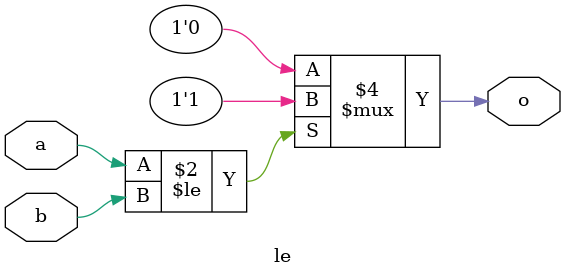
<source format=v>
`timescale 1ns / 1ps


module le(
    input a,
    input b,
    output reg o
    );
    
    always @ (a or b) begin
        if (a <= b) o = 1;
        else o = 0;
    end

endmodule

</source>
